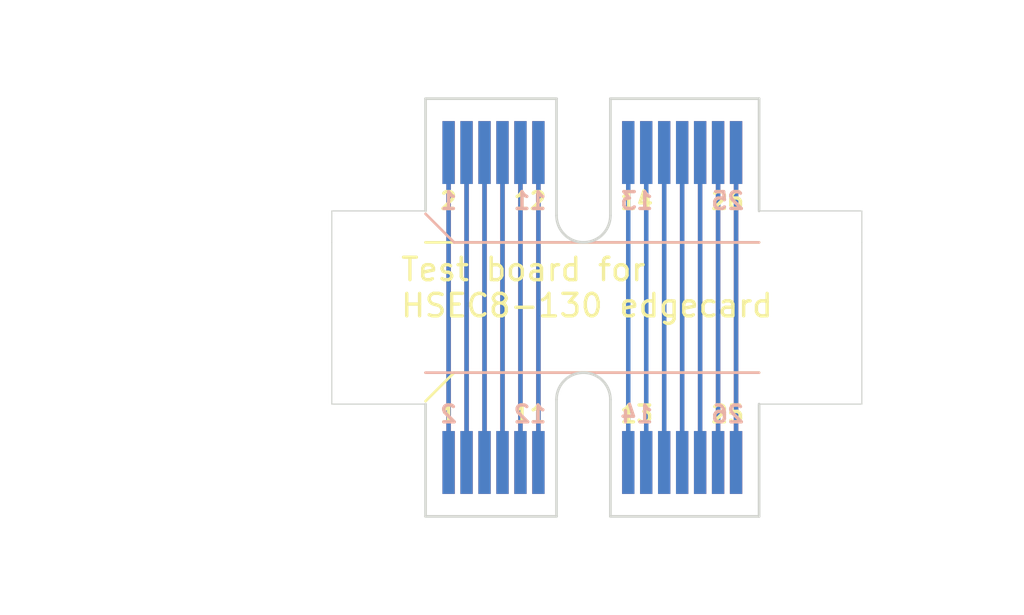
<source format=kicad_pcb>
(kicad_pcb (version 20240108) (generator "pcbnew") (generator_version "8.0")
  (layers (0 "F.Cu" signal) (31 "B.Cu" signal) (34 "B.Paste" user) (35 "F.Paste" user) (36 "B.SilkS" user "B.Silkscreen") (37 "F.SilkS" user "F.Silkscreen") (38 "B.Mask" user) (39 "F.Mask" user) (44 "Edge.Cuts" user))
  (net 0 "")
  (net 1 "2")
  (net 2 "1")
  (footprint "Connector_Samtec_HSEC8:Samtec_HSEC8-113-X-X-DV_2x13_P0.8mm_Edge" (layer "F.Cu") (at 138 92.2)
    (property "Reference" "REF**" (hide yes))
    (property "Value" "Samtec_HSEC8-113-X-X-DV_2x13_P0.8mm_Edge")
    (fp_line (start -7.425 -6.4) (end -7.425 -6.4) (stroke (width 0.12)) (layer "B.SilkS"))
    (fp_line (start -7.425 -6.4) (end 7.425 -6.4) (stroke (width 0.12)) (layer "B.SilkS"))
    (fp_line (start -7.425 -5.13) (end -6.155 -6.4) (stroke (width 0.12)) (layer "F.SilkS"))
    (fp_line (start -6.155 -6.4) (end 7.425 -6.4) (stroke (width 0.12)) (layer "F.SilkS"))
    (fp_line (start -7.425 -5) (end -7.425 0) (stroke (width 0.12)) (layer "Edge.Cuts"))
    (fp_line (start -7.425 0) (end -1.595 0) (stroke (width 0.12)) (layer "Edge.Cuts"))
    (fp_line (start -1.595 0) (end -1.595 -5.2) (stroke (width 0.12)) (layer "Edge.Cuts"))
    (fp_line (start 0.805 -5.2) (end 0.805 0) (stroke (width 0.12)) (layer "Edge.Cuts"))
    (fp_line (start 0.805 0) (end 7.425 0) (stroke (width 0.12)) (layer "Edge.Cuts"))
    (fp_line (start 7.425 0) (end 7.425 -5) (stroke (width 0.12)) (layer "Edge.Cuts"))
    (fp_arc (start -1.595 -5.2) (mid -0.395 -6.4) (end 0.805 -5.2) (stroke (width 0.12)) (layer "Edge.Cuts"))
    (fp_text user "26" (at 6.025 -4.55 0) (layer "B.SilkS") (effects (font (size 0.75 0.75)) (justify mirror)))
    (fp_text user "12" (at -2.775 -4.55 0) (layer "B.SilkS") (effects (font (size 0.75 0.75)) (justify mirror)))
    (fp_text user "2" (at -6.4 -4.55 0) (layer "B.SilkS") (effects (font (size 0.75 0.75)) (justify mirror)))
    (fp_text user "14" (at 1.975 -4.55 0) (layer "B.SilkS") (effects (font (size 0.75 0.75)) (justify mirror)))
    (fp_text user "25" (at 6.025 -4.55 0) (layer "F.SilkS") (effects (font (size 0.75 0.75))))
    (fp_text user "11" (at -2.775 -4.55 0) (layer "F.SilkS") (effects (font (size 0.75 0.75))))
    (fp_text user "1" (at -6.4 -4.55 0) (layer "F.SilkS") (effects (font (size 0.75 0.75))))
    (fp_text user "13" (at 1.975 -4.55 0) (layer "F.SilkS") (effects (font (size 0.75 0.75))))
    (pad "1" connect rect (at -6.4 -2.4) (size 0.55 2.8) (layers "F.Cu" "F.Mask") (net 1 "2"))
    (pad "2" connect rect (at -6.4 -2.4) (size 0.55 2.8) (layers "B.Cu" "B.Mask") (net 2 "1"))
    (pad "3" connect rect (at -5.6 -2.4) (size 0.55 2.8) (layers "F.Cu" "F.Mask"))
    (pad "4" connect rect (at -5.6 -2.4) (size 0.55 2.8) (layers "B.Cu" "B.Mask"))
    (pad "5" connect rect (at -4.8 -2.4) (size 0.55 2.8) (layers "F.Cu" "F.Mask"))
    (pad "6" connect rect (at -4.8 -2.4) (size 0.55 2.8) (layers "B.Cu" "B.Mask"))
    (pad "7" connect rect (at -4 -2.4) (size 0.55 2.8) (layers "F.Cu" "F.Mask"))
    (pad "8" connect rect (at -4 -2.4) (size 0.55 2.8) (layers "B.Cu" "B.Mask"))
    (pad "9" connect rect (at -3.2 -2.4) (size 0.55 2.8) (layers "F.Cu" "F.Mask"))
    (pad "10" connect rect (at -3.2 -2.4) (size 0.55 2.8) (layers "B.Cu" "B.Mask"))
    (pad "11" connect rect (at -2.4 -2.4) (size 0.55 2.8) (layers "F.Cu" "F.Mask"))
    (pad "12" connect rect (at -2.4 -2.4) (size 0.55 2.8) (layers "B.Cu" "B.Mask"))
    (pad "13" connect rect (at 1.6 -2.4) (size 0.55 2.8) (layers "F.Cu" "F.Mask"))
    (pad "14" connect rect (at 1.6 -2.4) (size 0.55 2.8) (layers "B.Cu" "B.Mask"))
    (pad "15" connect rect (at 2.4 -2.4) (size 0.55 2.8) (layers "F.Cu" "F.Mask"))
    (pad "16" connect rect (at 2.4 -2.4) (size 0.55 2.8) (layers "B.Cu" "B.Mask"))
    (pad "17" connect rect (at 3.2 -2.4) (size 0.55 2.8) (layers "F.Cu" "F.Mask"))
    (pad "18" connect rect (at 3.2 -2.4) (size 0.55 2.8) (layers "B.Cu" "B.Mask"))
    (pad "19" connect rect (at 4 -2.4) (size 0.55 2.8) (layers "F.Cu" "F.Mask"))
    (pad "20" connect rect (at 4 -2.4) (size 0.55 2.8) (layers "B.Cu" "B.Mask"))
    (pad "21" connect rect (at 4.8 -2.4) (size 0.55 2.8) (layers "F.Cu" "F.Mask"))
    (pad "22" connect rect (at 4.8 -2.4) (size 0.55 2.8) (layers "B.Cu" "B.Mask"))
    (pad "23" connect rect (at 5.6 -2.4) (size 0.55 2.8) (layers "F.Cu" "F.Mask"))
    (pad "24" connect rect (at 5.6 -2.4) (size 0.55 2.8) (layers "B.Cu" "B.Mask"))
    (pad "25" connect rect (at 6.4 -2.4) (size 0.55 2.8) (layers "F.Cu" "F.Mask"))
    (pad "26" connect rect (at 6.4 -2.4) (size 0.55 2.8) (layers "B.Cu" "B.Mask"))
  )
  (footprint "Connector_Samtec_HSEC8:Samtec_HSEC8-113-X-X-DV_2x13_P0.8mm_Edge" (layer "B.Cu") (at 138 73.6)
    (property "Reference" "REF**" (hide yes))
    (property "Value" "Samtec_HSEC8-113-X-X-DV_2x13_P0.8mm_Edge")
    (fp_line (start -6.155 6.4) (end -7.425 5.13) (stroke (width 0.12)) (layer "B.SilkS"))
    (fp_line (start 7.425 6.4) (end -6.155 6.4) (stroke (width 0.12)) (layer "B.SilkS"))
    (fp_line (start -7.425 6.4) (end -7.425 6.4) (stroke (width 0.12)) (layer "F.SilkS"))
    (fp_line (start 7.425 6.4) (end -7.425 6.4) (stroke (width 0.12)) (layer "F.SilkS"))
    (fp_line (start -7.425 0) (end -7.425 5) (stroke (width 0.12)) (layer "Edge.Cuts"))
    (fp_line (start -1.595 0) (end -7.425 0) (stroke (width 0.12)) (layer "Edge.Cuts"))
    (fp_line (start -1.595 5.2) (end -1.595 0) (stroke (width 0.12)) (layer "Edge.Cuts"))
    (fp_line (start 0.805 0) (end 0.805 5.2) (stroke (width 0.12)) (layer "Edge.Cuts"))
    (fp_line (start 7.425 0) (end 0.805 0) (stroke (width 0.12)) (layer "Edge.Cuts"))
    (fp_line (start 7.425 5) (end 7.425 0) (stroke (width 0.12)) (layer "Edge.Cuts"))
    (fp_arc (start 0.805 5.2) (mid -0.395 6.4) (end -1.595 5.2) (stroke (width 0.12)) (layer "Edge.Cuts"))
    (fp_text user "25" (at 6.025 4.55 360) (layer "B.SilkS") (effects (font (size 0.75 0.75)) (justify mirror)))
    (fp_text user "11" (at -2.775 4.55 360) (layer "B.SilkS") (effects (font (size 0.75 0.75)) (justify mirror)))
    (fp_text user "1" (at -6.4 4.55 360) (layer "B.SilkS") (effects (font (size 0.75 0.75)) (justify mirror)))
    (fp_text user "13" (at 1.975 4.55 360) (layer "B.SilkS") (effects (font (size 0.75 0.75)) (justify mirror)))
    (fp_text user "26" (at 6.025 4.55 360) (layer "F.SilkS") (effects (font (size 0.75 0.75))))
    (fp_text user "12" (at -2.775 4.55 360) (layer "F.SilkS") (effects (font (size 0.75 0.75))))
    (fp_text user "2" (at -6.4 4.55 360) (layer "F.SilkS") (effects (font (size 0.75 0.75))))
    (fp_text user "14" (at 1.975 4.55 360) (layer "F.SilkS") (effects (font (size 0.75 0.75))))
    (pad "1" connect rect (at -6.4 2.4) (size 0.55 2.8) (layers "B.Cu" "B.Mask") (net 2 "1"))
    (pad "2" connect rect (at -6.4 2.4) (size 0.55 2.8) (layers "F.Cu" "F.Mask") (net 1 "2"))
    (pad "3" connect rect (at -5.6 2.4) (size 0.55 2.8) (layers "B.Cu" "B.Mask"))
    (pad "4" connect rect (at -5.6 2.4) (size 0.55 2.8) (layers "F.Cu" "F.Mask"))
    (pad "5" connect rect (at -4.8 2.4) (size 0.55 2.8) (layers "B.Cu" "B.Mask"))
    (pad "6" connect rect (at -4.8 2.4) (size 0.55 2.8) (layers "F.Cu" "F.Mask"))
    (pad "7" connect rect (at -4 2.4) (size 0.55 2.8) (layers "B.Cu" "B.Mask"))
    (pad "8" connect rect (at -4 2.4) (size 0.55 2.8) (layers "F.Cu" "F.Mask"))
    (pad "9" connect rect (at -3.2 2.4) (size 0.55 2.8) (layers "B.Cu" "B.Mask"))
    (pad "10" connect rect (at -3.2 2.4) (size 0.55 2.8) (layers "F.Cu" "F.Mask"))
    (pad "11" connect rect (at -2.4 2.4) (size 0.55 2.8) (layers "B.Cu" "B.Mask"))
    (pad "12" connect rect (at -2.4 2.4) (size 0.55 2.8) (layers "F.Cu" "F.Mask"))
    (pad "13" connect rect (at 1.6 2.4) (size 0.55 2.8) (layers "B.Cu" "B.Mask"))
    (pad "14" connect rect (at 1.6 2.4) (size 0.55 2.8) (layers "F.Cu" "F.Mask"))
    (pad "15" connect rect (at 2.4 2.4) (size 0.55 2.8) (layers "B.Cu" "B.Mask"))
    (pad "16" connect rect (at 2.4 2.4) (size 0.55 2.8) (layers "F.Cu" "F.Mask"))
    (pad "17" connect rect (at 3.2 2.4) (size 0.55 2.8) (layers "B.Cu" "B.Mask"))
    (pad "18" connect rect (at 3.2 2.4) (size 0.55 2.8) (layers "F.Cu" "F.Mask"))
    (pad "19" connect rect (at 4 2.4) (size 0.55 2.8) (layers "B.Cu" "B.Mask"))
    (pad "20" connect rect (at 4 2.4) (size 0.55 2.8) (layers "F.Cu" "F.Mask"))
    (pad "21" connect rect (at 4.8 2.4) (size 0.55 2.8) (layers "B.Cu" "B.Mask"))
    (pad "22" connect rect (at 4.8 2.4) (size 0.55 2.8) (layers "F.Cu" "F.Mask"))
    (pad "23" connect rect (at 5.6 2.4) (size 0.55 2.8) (layers "B.Cu" "B.Mask"))
    (pad "24" connect rect (at 5.6 2.4) (size 0.55 2.8) (layers "F.Cu" "F.Mask"))
    (pad "25" connect rect (at 6.4 2.4) (size 0.55 2.8) (layers "B.Cu" "B.Mask"))
    (pad "26" connect rect (at 6.4 2.4) (size 0.55 2.8) (layers "F.Cu" "F.Mask"))
  )
  (gr_line (start 130.575 78.6) (end 126.4 78.6) (stroke (width 0.05)) (layer "Edge.Cuts"))
  (gr_line (start 150 87.2) (end 150 80) (stroke (width 0.05)) (layer "Edge.Cuts"))
  (gr_line (start 126.4 87.2) (end 126.4 80) (stroke (width 0.05)) (layer "Edge.Cuts"))
  (gr_line (start 130.575 87.2) (end 126.4 87.2) (stroke (width 0.05)) (layer "Edge.Cuts"))
  (gr_line (start 150 78.6) (end 150 80) (stroke (width 0.05)) (layer "Edge.Cuts"))
  (gr_line (start 126.4 80) (end 126.4 78.6) (stroke (width 0.05)) (layer "Edge.Cuts"))
  (gr_line (start 145.425 87.2) (end 150 87.2) (stroke (width 0.05)) (layer "Edge.Cuts"))
  (gr_line (start 145.425 78.6) (end 150 78.6) (stroke (width 0.05)) (layer "Edge.Cuts"))
  (gr_text "Test board for \nHSEC8-130 edgecard" (at 129.4 83.4 0) (layer "F.SilkS") (effects (font (size 1 1)) (justify left bottom)))
  (segment (start 141.2 89.8) (end 141.2 76) (width 0.2) (layer "F.Cu") (net 1))
  (segment (start 140.4 89.8) (end 140.4 76) (width 0.2) (layer "F.Cu") (net 1))
  (segment (start 131.6 89.8) (end 131.6 76) (width 0.2) (layer "F.Cu") (net 1))
  (segment (start 144.4 89.8) (end 144.4 76) (width 0.2) (layer "F.Cu") (net 1))
  (segment (start 142 89.8) (end 142 76) (width 0.2) (layer "F.Cu") (net 1))
  (segment (start 132.4 89.8) (end 132.4 76) (width 0.2) (layer "F.Cu") (net 1))
  (segment (start 139.6 89.8) (end 139.6 76) (width 0.2) (layer "F.Cu") (net 1))
  (segment (start 142.8 89.8) (end 142.8 76) (width 0.2) (layer "F.Cu") (net 1))
  (segment (start 143.6 89.8) (end 143.6 76) (width 0.2) (layer "F.Cu") (net 1))
  (segment (start 134.8 89.8) (end 134.8 76) (width 0.2) (layer "F.Cu") (net 1))
  (segment (start 134 89.8) (end 134 76) (width 0.2) (layer "F.Cu") (net 1))
  (segment (start 133.2 89.8) (end 133.2 76) (width 0.2) (layer "F.Cu") (net 1))
  (segment (start 135.6 89.8) (end 135.6 76) (width 0.2) (layer "F.Cu") (net 1))
  (segment (start 142 76) (end 142 89.8) (width 0.2) (layer "B.Cu") (net 2))
  (segment (start 131.6 76) (end 131.6 89.8) (width 0.2) (layer "B.Cu") (net 2))
  (segment (start 144.4 76) (end 144.4 89.8) (width 0.2) (layer "B.Cu") (net 2))
  (segment (start 141.2 76) (end 141.2 89.8) (width 0.2) (layer "B.Cu") (net 2))
  (segment (start 139.6 76) (end 139.6 89.8) (width 0.2) (layer "B.Cu") (net 2))
  (segment (start 142.8 76) (end 142.8 89.8) (width 0.2) (layer "B.Cu") (net 2))
  (segment (start 134 76) (end 134 89.8) (width 0.2) (layer "B.Cu") (net 2))
  (segment (start 140.4 76) (end 140.4 89.8) (width 0.2) (layer "B.Cu") (net 2))
  (segment (start 143.6 76) (end 143.6 89.8) (width 0.2) (layer "B.Cu") (net 2))
  (segment (start 132.4 76) (end 132.4 89.8) (width 0.2) (layer "B.Cu") (net 2))
  (segment (start 135.6 76) (end 135.6 89.8) (width 0.2) (layer "B.Cu") (net 2))
  (segment (start 133.2 76) (end 133.2 89.8) (width 0.2) (layer "B.Cu") (net 2))
  (segment (start 134.8 76) (end 134.8 89.8) (width 0.2) (layer "B.Cu") (net 2))
)
</source>
